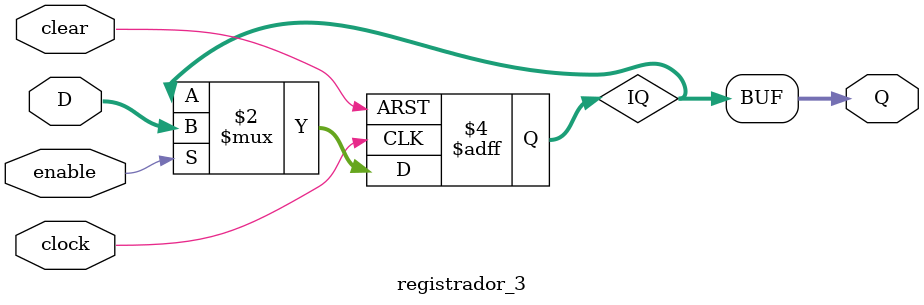
<source format=v>
module registrador_3 (
    input        clock,
    input        clear,
    input        enable,
    input  [2:0] D,
    output [2:0] Q
);

    reg [2:0] IQ;

    always @(posedge clock or posedge clear) begin
        if (clear)
            IQ <= 0;
        else if (enable)
            IQ <= D;
    end

    assign Q = IQ;

endmodule
</source>
